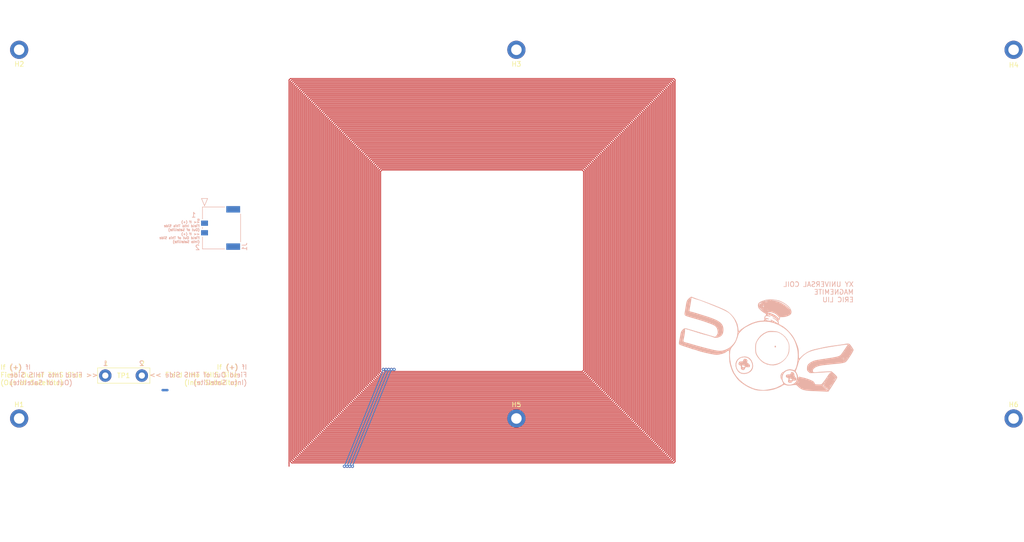
<source format=kicad_pcb>
(kicad_pcb (version 20240108) (generator "pcbnew") (generator_version "8.0")
  (title_block (title "Magneton") (date "2024-10-09") (rev "1.0") (comment 1 "Designed by: River Dowdy"))
  (layers (0 "F.Cu" signal) (1 "In1.Cu" signal) (2 "In2.Cu" signal) (3 "In3.Cu" signal) (4 "In4.Cu" signal) (31 "B.Cu" signal) (34 "B.Paste" user) (35 "F.Paste" user) (36 "B.SilkS" user "B.Silkscreen") (37 "F.SilkS" user "F.Silkscreen") (38 "B.Mask" user) (39 "F.Mask" user) (44 "Edge.Cuts" user))
  (net 0 "")
  (net 7 "COIL_1")
  (net 8 "COIL_2")
  (footprint "MountingHole:MountingHole_2.2mm_M2_DIN965_Pad_TopBottom" (layer "F.Cu") (at 52.371631 50.586)
    (property "Reference" "H2")
    (property "Value" "~")
  )
  (footprint "ssi_connector:TestPointConnection" (layer "F.Cu") (at 74.168 119.126)
    (property "Reference" "TP1")
    (property "Value" "Start/End of Coil Series" (hide yes))
  )
  (footprint "MountingHole:MountingHole_2.2mm_M2_DIN965_Pad_TopBottom" (layer "F.Cu") (at 156.121631 50.586)
    (property "Reference" "H3")
    (property "Value" "~")
  )
  (footprint "MountingHole:MountingHole_2.2mm_M2_DIN965_Pad_TopBottom" (layer "F.Cu") (at 259.871631 127.586)
    (property "Reference" "H6")
    (property "Value" "~")
  )
  (footprint "MountingHole:MountingHole_2.2mm_M2_DIN965_Pad_TopBottom" (layer "F.Cu") (at 156.121631 127.586)
    (property "Reference" "H5")
    (property "Value" "~")
  )
  (footprint "MountingHole:MountingHole_2.2mm_M2_DIN965_Pad_TopBottom" (layer "F.Cu") (at 52.371631 127.586)
    (property "Reference" "H1")
    (property "Value" "~")
  )
  (footprint "MountingHole:MountingHole_2.2mm_M2_DIN965_Pad_TopBottom" (layer "F.Cu") (at 259.871631 50.586)
    (property "Reference" "H4")
    (property "Value" "~")
  )
  (footprint "NetTie:NetTie-2_SMD_Pad0.5mm" (layer "B.Cu") (at 82.804 121.666 180)
    (property "Reference" "NT1" (hide yes))
    (property "Value" "NetTie_2" (hide yes))
  )
  (footprint "ssi_connector:Molex_205338-0002" (layer "B.Cu") (at 91.053001 86.799003 90)
    (property "Reference" "J1")
    (property "Value" "2053380002" (hide yes))
  )
  (footprint "ssi_drawings:logo_magtorquer" (layer "B.Cu") (at 208.28 112.014 180)
    (property "Reference" "G***" (hide yes))
    (property "Value" "LOGO" (hide yes))
  )
  (gr_text "<< If (+)\nField Into This Side\n(Out of Satellite)\n" (at 90.104 88.474 0) (layer "B.SilkS") (effects (font (size 0.5 0.5) (thickness 0.125)) (justify left bottom mirror)))
  (gr_text "<< If (+)\nField Out of This Side\n(Into Satellite)\n" (at 90.104 90.974 0) (layer "B.SilkS") (effects (font (size 0.5 0.5) (thickness 0.125)) (justify left bottom mirror)))
  (gr_text "1" (at 89.354 85.674 0) (layer "B.SilkS") (effects (font (size 1 1)) (justify left bottom mirror)))
  (gr_text "1" (at 70.904 116.674 0) (layer "B.SilkS") (effects (font (size 1 1)) (justify left bottom mirror)))
  (gr_text "XY UNIVERSAL COIL\nMAGNEMITE \nERIC LIU" (at 226.568 103.378 0) (layer "B.SilkS") (effects (font (size 1 1)) (justify left bottom mirror)))
  (gr_text "If (+)\nField Out of THIS Side >>\n(Into Satellite)" (at 100.004 120.674 0) (layer "B.SilkS") (effects (font (size 1 1)) (justify left bottom mirror)))
  (gr_text "2" (at 90.154 92.474 0) (layer "B.SilkS") (effects (font (size 1 1)) (justify left bottom mirror)))
  (gr_text "If (+)\n<< Field Into THIS Side\n(Out of Satellite)" (at 50.294 120.694 0) (layer "B.SilkS") (effects (font (size 1 1)) (justify right bottom mirror)))
  (gr_text "2" (at 78.454 116.674 0) (layer "B.SilkS") (effects (font (size 1 1)) (justify left bottom mirror)))
  (gr_text "If (+)\nField Out of THIS Side >>\n(Out of Satellite)" (at 48.374 120.694 0) (layer "F.SilkS") (effects (font (size 1 1)) (justify left bottom)))
  (gr_text "2" (at 77.504 116.674 0) (layer "F.SilkS") (effects (font (size 1 1)) (justify left bottom)))
  (gr_text "If (+)\n<< Field Into THIS Side\n(Into Satellite)" (at 98.104 120.674 0) (layer "F.SilkS") (effects (font (size 1 1)) (justify right bottom)))
  (gr_text "1" (at 69.954 116.674 0) (layer "F.SilkS") (effects (font (size 1 1)) (justify left bottom)))
  (segment (start 127.234 75.42) (end 127.234 118.327999) (width 0.181) (layer "F.Cu") (net 0))
  (segment (start 125.829 74.015) (end 126.11 73.734) (width 0.181) (layer "F.Cu") (net 0))
  (segment (start 171.828 74.296) (end 171.828 119.170999) (width 0.181) (layer "F.Cu") (net 0))
  (segment (start 121.614 69.8) (end 121.895 69.519) (width 0.181) (layer "F.Cu") (net 0))
  (segment (start 183.910999 61.651) (end 184.191999 61.932) (width 0.181) (layer "F.Cu") (net 0))
  (segment (start 111.779 59.965) (end 111.779 133.783) (width 0.181) (layer "F.Cu") (net 0))
  (segment (start 121.333 124.790999) (end 121.052 124.509999) (width 0.181) (layer "F.Cu") (net 0))
  (segment (start 114.87 62.494) (end 183.068 62.494) (width 0.181) (layer "F.Cu") (net 0))
  (segment (start 183.910999 131.815999) (end 114.308 131.815999) (width 0.181) (layer "F.Cu") (net 0))
  (segment (start 188.407 57.717) (end 188.407 135.75) (width 0.181) (layer "F.Cu") (net 0))
  (segment (start 187.282999 58.841) (end 187.282999 134.626) (width 0.181) (layer "F.Cu") (net 0))
  (segment (start 184.472999 61.651) (end 184.472999 131.816) (width 0.181) (layer "F.Cu") (net 0))
  (segment (start 179.977 127.319999) (end 179.696 127.600999) (width 0.181) (layer "F.Cu") (net 0))
  (segment (start 188.407 136.312) (end 109.812 136.312) (width 0.181) (layer "F.Cu") (net 0))
  (segment (start 183.068 130.973) (end 115.151 130.973) (width 0.181) (layer "F.Cu") (net 0))
  (segment (start 171.547 119.451999) (end 126.672 119.451999) (width 0.181) (layer "F.Cu") (net 0))
  (segment (start 183.349 62.213) (end 183.63 62.494) (width 0.181) (layer "F.Cu") (net 0))
  (segment (start 108.688 136.874) (end 108.688 137.5765) (width 0.181) (layer "F.Cu") (net 0))
  (segment (start 179.133999 66.99) (end 179.133999 126.477) (width 0.181) (layer "F.Cu") (net 0))
  (segment (start 110.374 135.749999) (end 110.093 135.468999) (width 0.181) (layer "F.Cu") (net 0))
  (segment (start 126.11 74.296) (end 126.11 119.451999) (width 0.181) (layer "F.Cu") (net 0))
  (segment (start 183.63 62.494) (end 183.63 130.973) (width 0.181) (layer "F.Cu") (net 0))
  (segment (start 118.804 66.99) (end 118.804 126.758) (width 0.181) (layer "F.Cu") (net 0))
  (segment (start 172.109 120.014) (end 126.11 120.014) (width 0.181) (layer "F.Cu") (net 0))
  (segment (start 177.729 68.395) (end 177.729 125.071999) (width 0.181) (layer "F.Cu") (net 0))
  (segment (start 178.291 126.196) (end 119.928 126.196) (width 0.181) (layer "F.Cu") (net 0))
  (segment (start 127.515 118.609) (end 127.234 118.328) (width 0.181) (layer "F.Cu") (net 0))
  (segment (start 113.184 61.37) (end 113.184 132.378) (width 0.181) (layer "F.Cu") (net 0))
  (segment (start 181.944 63.618) (end 182.225 63.899) (width 0.181) (layer "F.Cu") (net 0))
  (segment (start 173.795 71.767) (end 174.076 72.048) (width 0.181) (layer "F.Cu") (net 0))
  (segment (start 186.721 134.064) (end 186.44 134.345) (width 0.181) (layer "F.Cu") (net 0))
  (segment (start 184.191999 132.097) (end 114.027 132.097) (width 0.181) (layer "F.Cu") (net 0))
  (segment (start 180.82 65.304) (end 180.82 128.163) (width 0.181) (layer "F.Cu") (net 0))
  (segment (start 111.779 59.403) (end 186.159 59.403) (width 0.181) (layer "F.Cu") (net 0))
  (segment (start 174.076 121.419) (end 173.795 121.7) (width 0.181) (layer "F.Cu") (net 0))
  (segment (start 112.903 133.221) (end 112.622 132.94) (width 0.181) (layer "F.Cu") (net 0))
  (segment (start 174.357 121.699999) (end 174.076 121.980999) (width 0.181) (layer "F.Cu") (net 0))
  (segment (start 123.019 71.205) (end 123.3 70.924) (width 0.181) (layer "F.Cu") (net 0))
  (segment (start 124.986 73.172) (end 124.986 120.576) (width 0.181) (layer "F.Cu") (net 0))
  (segment (start 171.547 74.577) (end 171.547 118.89) (width 0.181) (layer "F.Cu") (net 0))
  (segment (start 127.796 75.982) (end 127.796 117.766) (width 0.181) (layer "F.Cu") (net 0))
  (segment (start 117.68 65.304) (end 180.258 65.304) (width 0.181) (layer "F.Cu") (net 0))
  (segment (start 173.513999 121.419) (end 124.705 121.419) (width 0.181) (layer "F.Cu") (net 0))
  (segment (start 109.531 57.155) (end 188.407 57.155) (width 0.181) (layer "F.Cu") (net 0))
  (segment (start 116.837 64.461) (end 181.101 64.461) (width 0.181) (layer "F.Cu") (net 0))
  (segment (start 119.085 67.271) (end 119.366 66.99) (width 0.181) (layer "F.Cu") (net 0))
  (segment (start 121.895 70.081) (end 122.176 69.8) (width 0.181) (layer "F.Cu") (net 0))
  (segment (start 125.829 73.453) (end 172.109 73.453) (width 0.181) (layer "F.Cu") (net 0))
  (segment (start 175.481 70.081) (end 175.762 70.362) (width 0.181) (layer "F.Cu") (net 0))
  (segment (start 189.25 136.593) (end 188.969 136.874) (width 0.181) (layer "F.Cu") (net 0))
  (segment (start 186.159 59.403) (end 186.44 59.684) (width 0.181) (layer "F.Cu") (net 0))
  (segment (start 110.655 58.279) (end 187.282999 58.279) (width 0.181) (layer "F.Cu") (net 0))
  (segment (start 184.753999 132.096999) (end 184.472999 132.378) (width 0.181) (layer "F.Cu") (net 0))
  (segment (start 112.622 60.808) (end 112.622 132.939999) (width 0.181) (layer "F.Cu") (net 0))
  (segment (start 188.969 136.874) (end 109.25 136.874) (width 0.181) (layer "F.Cu") (net 0))
  (segment (start 119.366 67.552) (end 119.366 126.196) (width 0.181) (layer "F.Cu") (net 0))
  (segment (start 176.605 68.957) (end 176.886 69.238) (width 0.181) (layer "F.Cu") (net 0))
  (segment (start 176.886 124.229) (end 176.605 124.51) (width 0.181) (layer "F.Cu") (net 0))
  (segment (start 183.911 62.213) (end 183.911 131.254) (width 0.181) (layer "F.Cu") (net 0))
  (segment (start 181.101 128.444) (end 180.82 128.725) (width 0.181) (layer "F.Cu") (net 0))
  (segment (start 123.862 72.048) (end 124.143 71.767) (width 0.181) (layer "F.Cu") (net 0))
  (segment (start 122.176 69.8) (end 175.761999 69.8) (width 0.181) (layer "F.Cu") (net 0))
  (segment (start 178.853 126.196) (end 178.572 126.477) (width 0.181) (layer "F.Cu") (net 0))
  (segment (start 180.258 65.866) (end 180.258 127.601) (width 0.181) (layer "F.Cu") (net 0))
  (segment (start 178.291 125.634) (end 178.01 125.915) (width 0.181) (layer "F.Cu") (net 0))
  (segment (start 186.721 58.841) (end 187.002 59.122) (width 0.181) (layer "F.Cu") (net 0))
  (segment (start 187.564 58.56) (end 187.564 134.907) (width 0.181) (layer "F.Cu") (net 0))
  (segment (start 110.374 58.56) (end 110.374 135.188) (width 0.181) (layer "F.Cu") (net 0))
  (segment (start 182.506 129.848999) (end 182.225 130.129999) (width 0.181) (layer "F.Cu") (net 0))
  (segment (start 120.209 68.395) (end 120.209 125.352999) (width 0.181) (layer "F.Cu") (net 0))
  (segment (start 126.391 74.577) (end 126.672 74.296) (width 0.181) (layer "F.Cu") (net 0))
  (segment (start 182.506 63.056) (end 182.787 63.337) (width 0.181) (layer "F.Cu") (net 0))
  (segment (start 126.953 119.171) (end 126.672 118.89) (width 0.181) (layer "F.Cu") (net 0))
  (segment (start 174.357 122.261999) (end 123.862 122.261999) (width 0.181) (layer "F.Cu") (net 0))
  (segment (start 185.597 132.94) (end 185.316 133.221) (width 0.181) (layer "F.Cu") (net 0))
  (segment (start 124.986 72.61) (end 172.952 72.61) (width 0.181) (layer "F.Cu") (net 0))
  (segment (start 108.688 56.874) (end 108.688 136.874) (width 0.181) (layer "F.Cu") (net 0))
  (segment (start 122.738 123.386) (end 122.457 123.105) (width 0.181) (layer "F.Cu") (net 0))
  (segment (start 183.068 62.494) (end 183.349 62.775) (width 0.181) (layer "F.Cu") (net 0))
  (segment (start 188.688 136.030999) (end 188.407 136.312) (width 0.181) (layer "F.Cu") (net 0))
  (segment (start 124.143 72.329) (end 124.424 72.048) (width 0.181) (layer "F.Cu") (net 0))
  (segment (start 110.093 136.031) (end 109.812 135.75) (width 0.181) (layer "F.Cu") (net 0))
  (segment (start 118.804 66.428) (end 179.133999 66.428) (width 0.181) (layer "F.Cu") (net 0))
  (segment (start 173.513999 72.048) (end 173.794999 72.329) (width 0.181) (layer "F.Cu") (net 0))
  (segment (start 171.266 119.171) (end 126.953 119.171) (width 0.181) (layer "F.Cu") (net 0))
  (segment (start 172.39 73.172) (end 172.671 73.453) (width 0.181) (layer "F.Cu") (net 0))
  (segment (start 185.035 132.378) (end 184.754 132.659) (width 0.181) (layer "F.Cu") (net 0))
  (segment (start 172.109 73.453) (end 172.39 73.734) (width 0.181) (layer "F.Cu") (net 0))
  (segment (start 180.539 127.881999) (end 180.258 128.163) (width 0.181) (layer "F.Cu") (net 0))
  (segment (start 114.87 63.056) (end 115.151 62.775) (width 0.181) (layer "F.Cu") (net 0))
  (segment (start 115.151 130.973) (end 114.87 130.691999) (width 0.181) (layer "F.Cu") (net 0))
  (segment (start 122.176 123.948) (end 121.895 123.667) (width 0.181) (layer "F.Cu") (net 0))
  (segment (start 112.06 59.684) (end 185.878 59.684) (width 0.181) (layer "F.Cu") (net 0))
  (segment (start 116.275 64.461) (end 116.556 64.18) (width 0.181) (layer "F.Cu") (net 0))
  (segment (start 178.01 125.352999) (end 177.729 125.634) (width 0.181) (layer "F.Cu") (net 0))
  (segment (start 118.523 66.709) (end 118.523 127.039) (width 0.181) (layer "F.Cu") (net 0))
  (segment (start 181.381999 64.18) (end 181.662999 64.461) (width 0.181) (layer "F.Cu") (net 0))
  (segment (start 170.984999 75.139) (end 170.984999 118.328) (width 0.181) (layer "F.Cu") (net 0))
  (segment (start 177.448 124.791) (end 177.167 125.072) (width 0.181) (layer "F.Cu") (net 0))
  (segment (start 109.531 136.593) (end 109.25 136.312) (width 0.181) (layer "F.Cu") (net 0))
  (segment (start 170.142 118.046999) (end 128.077 118.046999) (width 0.181) (layer "F.Cu") (net 0))
  (segment (start 182.506 130.410999) (end 115.713 130.410999) (width 0.181) (layer "F.Cu") (net 0))
  (segment (start 113.465 61.089) (end 184.472999 61.089) (width 0.181) (layer "F.Cu") (net 0))
  (segment (start 121.895 70.081) (end 121.895 123.666999) (width 0.181) (layer "F.Cu") (net 0))
  (segment (start 117.118 65.304) (end 117.118 128.444) (width 0.181) (layer "F.Cu") (net 0))
  (segment (start 177.167 124.509999) (end 176.886 124.790999) (width 0.181) (layer "F.Cu") (net 0))
  (segment (start 186.721 134.626) (end 111.498 134.626) (width 0.181) (layer "F.Cu") (net 0))
  (segment (start 178.572 67.552) (end 178.572 125.915) (width 0.181) (layer "F.Cu") (net 0))
  (segment (start 109.812 57.998) (end 110.093 57.717) (width 0.181) (layer "F.Cu") (net 0))
  (segment (start 177.448 125.352999) (end 120.771 125.352999) (width 0.181) (layer "F.Cu") (net 0))
  (segment (start 187.845 58.279) (end 187.845 135.187999) (width 0.181) (layer "F.Cu") (net 0))
  (segment (start 119.647 67.833) (end 119.647 125.915) (width 0.181) (layer "F.Cu") (net 0))
  (segment (start 117.118 65.304) (end 117.399 65.023) (width 0.181) (layer "F.Cu") (net 0))
  (segment (start 109.25 56.874) (end 188.688 56.874) (width 0.181) (layer "F.Cu") (net 0))
  (segment (start 125.548 120.576) (end 125.267 120.295) (width 0.181) (layer "F.Cu") (net 0))
  (segment (start 118.242 66.428) (end 118.242 127.319999) (width 0.181) (layer "F.Cu") (net 0))
  (segment (start 175.2 70.362) (end 175.481 70.643) (width 0.181) (layer "F.Cu") (net 0))
  (segment (start 111.498 59.684) (end 111.779 59.403) (width 0.181) (layer "F.Cu") (net 0))
  (segment (start 183.63 61.932) (end 183.911 62.213) (width 0.181) (layer "F.Cu") (net 0))
  (segment (start 175.2 123.105) (end 123.019 123.105) (width 0.181) (layer "F.Cu") (net 0))
  (segment (start 172.39 73.734) (end 172.39 119.732999) (width 0.181) (layer "F.Cu") (net 0))
  (segment (start 124.143 121.980999) (end 123.862 121.699999) (width 0.181) (layer "F.Cu") (net 0))
  (segment (start 126.11 73.734) (end 171.828 73.734) (width 0.181) (layer "F.Cu") (net 0))
  (segment (start 169.861 117.766) (end 128.639 117.766) (width 0.181) (layer "F.Cu") (net 0))
  (segment (start 114.308 61.932) (end 183.63 61.932) (width 0.181) (layer "F.Cu") (net 0))
  (segment (start 116.275 63.899) (end 181.662999 63.899) (width 0.181) (layer "F.Cu") (net 0))
  (segment (start 172.39 119.732999) (end 172.109 120.014) (width 0.181) (layer "F.Cu") (net 0))
  (segment (start 112.622 133.502) (end 112.341 133.220999) (width 0.181) (layer "F.Cu") (net 0))
  (segment (start 188.126 57.998) (end 188.126 135.468999) (width 0.181) (layer "F.Cu") (net 0))
  (segment (start 176.604999 69.519) (end 176.604999 123.947999) (width 0.181) (layer "F.Cu") (net 0))
  (segment (start 126.953 75.139) (end 126.953 118.609) (width 0.181) (layer "F.Cu") (net 0))
  (segment (start 181.101 65.023) (end 181.101 128.444) (width 0.181) (layer "F.Cu") (net 0))
  (segment (start 108.969 56.593) (end 188.969 56.593) (width 0.181) (layer "F.Cu") (net 0))
  (segment (start 178.852999 66.709) (end 179.133999 66.99) (width 0.181) (layer "F.Cu") (net 0))
  (segment (start 128.077 118.046999) (end 127.796 117.765999) (width 0.181) (layer "F.Cu") (net 0))
  (segment (start 179.696 127.600999) (end 118.523 127.600999) (width 0.181) (layer "F.Cu") (net 0))
  (segment (start 113.465 61.651) (end 113.746 61.37) (width 0.181) (layer "F.Cu") (net 0))
  (segment (start 170.423 75.139) (end 170.704 75.42) (width 0.181) (layer "F.Cu") (net 0))
  (segment (start 182.225 63.337) (end 182.506 63.618) (width 0.181) (layer "F.Cu") (net 0))
  (segment (start 125.267 72.891) (end 172.671 72.891) (width 0.181) (layer "F.Cu") (net 0))
  (segment (start 171.547 74.015) (end 171.828 74.296) (width 0.181) (layer "F.Cu") (net 0))
  (segment (start 111.217 59.403) (end 111.217 134.345) (width 0.181) (layer "F.Cu") (net 0))
  (segment (start 178.572 66.99) (end 178.853 67.271) (width 0.181) (layer "F.Cu") (net 0))
  (segment (start 119.647 67.271) (end 178.291 67.271) (width 0.181) (layer "F.Cu") (net 0))
  (segment (start 185.878 60.246) (end 185.878 133.220999) (width 0.181) (layer "F.Cu") (net 0))
  (segment (start 183.911 131.254) (end 183.63 131.535) (width 0.181) (layer "F.Cu") (net 0))
  (segment (start 124.424 121.7) (end 124.143 121.419) (width 0.181) (layer "F.Cu") (net 0))
  (segment (start 181.944 129.849) (end 116.275 129.849) (width 0.181) (layer "F.Cu") (net 0))
  (segment (start 111.779 134.345) (end 111.498 134.064) (width 0.181) (layer "F.Cu") (net 0))
  (segment (start 126.672 74.296) (end 171.266 74.296) (width 0.181) (layer "F.Cu") (net 0))
  (segment (start 174.919 71.205) (end 174.919 122.262) (width 0.181) (layer "F.Cu") (net 0))
  (segment (start 112.06 134.064) (end 111.779 133.783) (width 0.181) (layer "F.Cu") (net 0))
  (segment (start 116.275 129.849) (end 115.994 129.568) (width 0.181) (layer "F.Cu") (net 0))
  (segment (start 123.862 71.486) (end 174.076 71.486) (width 0.181) (layer "F.Cu") (net 0))
  (segment (start 111.217 59.403) (end 111.498 59.122) (width 0.181) (layer "F.Cu") (net 0))
  (segment (start 118.804 66.99) (end 119.085 66.709) (width 0.181) (layer "F.Cu") (net 0))
  (segment (start 121.052 69.238) (end 121.052 124.51) (width 0.181) (layer "F.Cu") (net 0))
  (segment (start 171.547 118.89) (end 171.266 119.171) (width 0.181) (layer "F.Cu") (net 0))
  (segment (start 128.639 117.766) (end 128.358 117.3445) (width 0.181) (layer "F.Cu") (net 0))
  (segment (start 117.961 66.147) (end 117.961 127.600999) (width 0.181) (layer "F.Cu") (net 0))
  (segment (start 117.118 129.005999) (end 116.837 128.724999) (width 0.181) (layer "F.Cu") (net 0))
  (segment (start 171.265999 118.609) (end 170.984999 118.89) (width 0.181) (layer "F.Cu") (net 0))
  (segment (start 188.407 57.155) (end 188.688 57.436) (width 0.181) (layer "F.Cu") (net 0))
  (segment (start 114.027 62.213) (end 114.027 131.535) (width 0.181) (layer "F.Cu") (net 0))
  (segment (start 124.424 72.61) (end 124.424 121.138) (width 0.181) (layer "F.Cu") (net 0))
  (segment (start 122.176 70.362) (end 122.176 123.386) (width 0.181) (layer "F.Cu") (net 0))
  (segment (start 186.44 59.684) (end 186.44 133.783) (width 0.181) (layer "F.Cu") (net 0))
  (segment (start 118.242 66.428) (end 118.523 66.147) (width 0.181) (layer "F.Cu") (net 0))
  (segment (start 114.308 62.494) (end 114.589 62.213) (width 0.181) (layer "F.Cu") (net 0))
  (segment (start 115.994 64.18) (end 115.994 129.568) (width 0.181) (layer "F.Cu") (net 0))
  (segment (start 172.671 72.891) (end 172.952 73.172) (width 0.181) (layer "F.Cu") (net 0))
  (segment (start 172.671 73.453) (end 172.671 120.014) (width 0.181) (layer "F.Cu") (net 0))
  (segment (start 121.333 68.957) (end 176.605 68.957) (width 0.181) (layer "F.Cu") (net 0))
  (segment (start 181.943999 64.18) (end 181.943999 129.287) (width 0.181) (layer "F.Cu") (net 0))
  (segment (start 184.191999 61.37) (end 184.472999 61.651) (width 0.181) (layer "F.Cu") (net 0))
  (segment (start 112.903 61.089) (end 113.184 60.808) (width 0.181) (layer "F.Cu") (net 0))
  (segment (start 188.969 57.155) (end 188.969 136.312) (width 0.181) (layer "F.Cu") (net 0))
  (segment (start 170.423 75.701) (end 170.423 117.765999) (width 0.181) (layer "F.Cu") (net 0))
  (segment (start 127.515 75.701) (end 127.515 118.046999) (width 0.181) (layer "F.Cu") (net 0))
  (segment (start 110.655 135.468999) (end 110.374 135.187999) (width 0.181) (layer "F.Cu") (net 0))
  (segment (start 188.126 136.031) (end 110.093 136.031) (width 0.181) (layer "F.Cu") (net 0))
  (segment (start 178.852999 126.758) (end 119.366 126.758) (width 0.181) (layer "F.Cu") (net 0))
  (segment (start 185.316 60.246) (end 185.597 60.527) (width 0.181) (layer "F.Cu") (net 0))
  (segment (start 120.49 125.634) (end 120.209 125.352999) (width 0.181) (layer "F.Cu") (net 0))
  (segment (start 119.928 126.196) (end 119.647 125.915) (width 0.181) (layer "F.Cu") (net 0))
  (segment (start 181.381999 129.287) (end 116.837 129.287) (width 0.181) (layer "F.Cu") (net 0))
  (segment (start 185.316 133.221) (end 112.903 133.221) (width 0.181) (layer "F.Cu") (net 0))
  (segment (start 119.085 67.271) (end 119.085 126.477) (width 0.181) (layer "F.Cu") (net 0))
  (segment (start 109.531 57.717) (end 109.812 57.436) (width 0.181) (layer "F.Cu") (net 0))
  (segment (start 115.713 63.337) (end 182.225 63.337) (width 0.181) (layer "F.Cu") (net 0))
  (segment (start 170.703999 118.609) (end 127.515 118.609) (width 0.181) (layer "F.Cu") (net 0))
  (segment (start 122.457 70.643) (end 122.457 123.105) (width 0.181) (layer "F.Cu") (net 0))
  (segment (start 177.167 68.395) (end 177.448 68.676) (width 0.181) (layer "F.Cu") (net 0))
  (segment (start 179.977 66.147) (end 179.977 127.319999) (width 0.181) (layer "F.Cu") (net 0))
  (segment (start 174.638 121.980999) (end 174.357 122.261999) (width 0.181) (layer "F.Cu") (net 0))
  (segment (start 113.746 61.37) (end 184.191999 61.37) (width 0.181) (layer "F.Cu") (net 0))
  (segment (start 119.647 67.833) (end 119.928 67.552) (width 0.181) (layer "F.Cu") (net 0))
  (segment (start 110.093 57.717) (end 187.845 57.717) (width 0.181) (layer "F.Cu") (net 0))
  (segment (start 126.11 120.014) (end 125.829 119.732999) (width 0.181) (layer "F.Cu") (net 0))
  (segment (start 113.465 61.651) (end 113.465 132.097) (width 0.181) (layer "F.Cu") (net 0))
  (segment (start 116.556 64.742) (end 116.837 64.461) (width 0.181) (layer "F.Cu") (net 0))
  (segment (start 179.133999 126.477) (end 178.852999 126.758) (width 0.181) (layer "F.Cu") (net 0))
  (segment (start 171.828 119.170999) (end 171.547 119.451999) (width 0.181) (layer "F.Cu") (net 0))
  (segment (start 109.25 57.436) (end 109.25 136.312) (width 0.181) (layer "F.Cu") (net 0))
  (segment (start 181.101 129.005999) (end 117.118 129.005999) (width 0.181) (layer "F.Cu") (net 0))
  (segment (start 170.703999 74.858) (end 170.984999 75.139) (width 0.181) (layer "F.Cu") (net 0))
  (segment (start 114.027 132.097) (end 113.746 131.816) (width 0.181) (layer "F.Cu") (net 0))
  (segment (start 175.761999 69.8) (end 176.042999 70.081) (width 0.181) (layer "F.Cu") (net 0))
  (segment (start 110.093 58.279) (end 110.374 57.998) (width 0.181) (layer "F.Cu") (net 0))
  (segment (start 176.042999 70.081) (end 176.042999 123.385999) (width 0.181) (layer "F.Cu") (net 0))
  (segment (start 180.539 65.585) (end 180.539 127.881999) (width 0.181) (layer "F.Cu") (net 0))
  (segment (start 174.357 71.767) (end 174.357 121.699999) (width 0.181) (layer "F.Cu") (net 0))
  (segment (start 127.234 74.858) (end 170.703999 74.858) (width 0.181) (layer "F.Cu") (net 0))
  (segment (start 188.126 57.436) (end 188.407 57.717) (width 0.181) (layer "F.Cu") (net 0))
  (segment (start 121.333 69.519) (end 121.333 124.229) (width 0.181) (layer "F.Cu") (net 0))
  (segment (start 181.662999 63.899) (end 181.943999 64.18) (width 0.181) (layer "F.Cu") (net 0))
  (segment (start 117.399 65.023) (end 180.539 65.023) (width 0.181) (layer "F.Cu") (net 0))
  (segment (start 109.25 136.874) (end 108.969 136.593) (width 0.181) (layer "F.Cu") (net 0))
  (segment (start 124.705 72.329) (end 173.232999 72.329) (width 0.181) (layer "F.Cu") (net 0))
  (segment (start 108.688 56.874) (end 108.969 56.593) (width 0.181) (layer "F.Cu") (net 0))
  (segment (start 172.109 74.015) (end 172.109 119.452) (width 0.181) (layer "F.Cu") (net 0))
  (segment (start 113.746 132.378) (end 113.465 132.096999) (width 0.181) (layer "F.Cu") (net 0))
  (segment (start 177.167 68.957) (end 177.167 124.509999) (width 0.181) (layer "F.Cu") (net 0))
  (segment (start 184.472999 132.378) (end 113.746 132.378) (width 0.181) (layer "F.Cu") (net 0))
  (segment (start 124.705 121.419) (end 124.424 121.138) (width 0.181) (layer "F.Cu") (net 0))
  (segment (start 185.597 59.965) (end 185.878 60.246) (width 0.181) (layer "F.Cu") (net 0))
  (segment (start 175.481 123.386) (end 122.738 123.386) (width 0.181) (layer "F.Cu") (net 0))
  (segment (start 179.133999 127.039) (end 119.085 127.039) (width 0.181) (layer "F.Cu") (net 0))
  (segment (start 172.109 119.452) (end 171.828 119.733) (width 0.181) (layer "F.Cu") (net 0))
  (segment (start 117.68 65.866) (end 117.68 127.882) (width 0.181) (layer "F.Cu") (net 0))
  (segment (start 171.828 73.734) (end 172.109 74.015) (width 0.181) (layer "F.Cu") (net 0))
  (segment (start 115.994 63.618) (end 181.944 63.618) (width 0.181) (layer "F.Cu") (net 0))
  (segment (start 127.515 75.139) (end 170.423 75.139) (width 0.181) (layer "F.Cu") (net 0))
  (segment (start 125.548 73.172) (end 172.39 73.172) (width 0.181) (layer "F.Cu") (net 0))
  (segment (start 174.919 122.262) (end 174.638 122.543) (width 0.181) (layer "F.Cu") (net 0))
  (segment (start 187.845 135.749999) (end 110.374 135.749999) (width 0.181) (layer "F.Cu") (net 0))
  (segment (start 112.903 61.089) (end 112.903 132.659) (width 0.181) (layer "F.Cu") (net 0))
  (segment (start 176.323999 69.8) (end 176.323999 123.667) (width 0.181) (layer "F.Cu") (net 0))
  (segment (start 175.762 123.105) (end 175.481 123.386) (width 0.181) (layer "F.Cu") (net 0))
  (segment (start 115.151 62.775) (end 182.787 62.775) (width 0.181) (layer "F.Cu") (net 0))
  (segment (start 117.68 128.444) (end 117.399 128.163) (width 0.181) (layer "F.Cu") (net 0))
  (segment (start 180.539 65.023) (end 180.82 65.304) (width 0.181) (layer "F.Cu") (net 0))
  (segment (start 112.341 59.965) (end 185.597 59.965) (width 0.181) (layer "F.Cu") (net 0))
  (segment (start 114.308 62.494) (end 114.308 131.254) (width 0.181) (layer "F.Cu") (net 0))
  (segment (start 181.382 64.742) (end 181.382 128.724999) (width 0.181) (layer "F.Cu") (net 0))
  (segment (start 174.076 72.048) (end 174.076 121.419) (width 0.181) (layer "F.Cu") (net 0))
  (segment (start 187.001999 58.56) (end 187.282999 58.841) (width 0.181) (layer "F.Cu") (net 0))
  (segment (start 187.845 57.717) (end 188.126 57.998) (width 0.181) (layer "F.Cu") (net 0))
  (segment (start 112.622 60.246) (end 185.316 60.246) (width 0.181) (layer "F.Cu") (net 0))
  (segment (start 109.812 57.436) (end 188.126 57.436) (width 0.181) (layer "F.Cu") (net 0))
  (segment (start 175.481 70.643) (end 175.481 122.824) (width 0.181) (layer "F.Cu") (net 0))
  (segment (start 125.548 73.734) (end 125.829 73.453) (width 0.181) (layer "F.Cu") (net 0))
  (segment (start 120.209 125.915) (end 119.928 125.634) (width 0.181) (layer "F.Cu") (net 0))
  (segment (start 109.25 57.436) (end 109.531 57.155) (width 0.181) (layer "F.Cu") (net 0))
  (segment (start 176.886 69.238) (end 176.886 124.229) (width 0.181) (layer "F.Cu") (net 0))
  (segment (start 178.572 125.915) (end 178.291 126.196) (width 0.181) (layer "F.Cu") (net 0))
  (segment (start 172.952 120.295) (end 172.671 120.576) (width 0.181) (layer "F.Cu") (net 0))
  (segment (start 186.44 134.345) (end 111.779 134.345) (width 0.181) (layer "F.Cu") (net 0))
  (segment (start 114.589 62.213) (end 183.349 62.213) (width 0.181) (layer "F.Cu") (net 0))
  (segment (start 188.688 56.874) (end 188.969 57.155) (width 0.181) (layer "F.Cu") (net 0))
  (segment (start 118.523 127.600999) (end 118.242 127.319999) (width 0.181) (layer "F.Cu") (net 0))
  (segment (start 183.349 131.254) (end 114.87 131.254) (width 0.181) (layer "F.Cu") (net 0))
  (segment (start 174.638 122.543) (end 123.581 122.543) (width 0.181) (layer "F.Cu") (net 0))
  (segment (start 171.265999 74.858) (end 171.265999 118.609) (width 0.181) (layer "F.Cu") (net 0))
  (segment (start 182.787 130.691999) (end 115.432 130.691999) (width 0.181) (layer "F.Cu") (net 0))
  (segment (start 179.696 127.038999) (end 179.415 127.319999) (width 0.181) (layer "F.Cu") (net 0))
  (segment (start 117.961 128.163) (end 117.68 127.881999) (width 0.181) (layer "F.Cu") (net 0))
  (segment (start 126.11 74.296) (end 126.391 74.015) (width 0.181) (layer "F.Cu") (net 0))
  (segment (start 179.414999 126.758) (end 179.133999 127.039) (width 0.181) (layer "F.Cu") (net 0))
  (segment (start 179.977 65.585) (end 180.258 65.866) (width 0.181) (layer "F.Cu") (net 0))
  (segment (start 124.424 72.048) (end 173.513999 72.048) (width 0.181) (layer "F.Cu") (net 0))
  (segment (start 172.671 120.014) (end 172.39 120.295) (width 0.181) (layer "F.Cu") (net 0))
  (segment (start 121.052 125.072) (end 120.771 124.791) (width 0.181) (layer "F.Cu") (net 0))
  (segment (start 115.713 130.410999) (end 115.432 130.129999) (width 0.181) (layer "F.Cu") (net 0))
  (segment (start 115.994 130.129999) (end 115.713 129.848999) (width 0.181) (layer "F.Cu") (net 0))
  (segment (start 176.323999 123.667) (end 176.042999 123.948) (width 0.181) (layer "F.Cu") (net 0))
  (segment (start 177.729 125.634) (end 120.49 125.634) (width 0.181) (layer "F.Cu") (net 0))
  (segment (start 174.919 70.643) (end 175.2 70.924) (width 0.181) (layer "F.Cu") (net 0))
  (segment (start 188.969 56.593) (end 189.25 56.874) (width 0.181) (layer "F.Cu") (net 0))
  (segment (start 122.738 70.924) (end 123.019 70.643) (width 0.181) (layer "F.Cu") (net 0))
  (segment (start 116.837 65.023) (end 116.837 128.725) (width 0.181) (layer "F.Cu") (net 0))
  (segment (start 120.49 68.676) (end 120.49 125.072) (width 0.181) (layer "F.Cu") (net 0))
  (segment (start 171.266 74.296) (end 171.547 74.577) (width 0.181) (layer "F.Cu") (net 0))
  (segment (start 174.076 121.980999) (end 124.143 121.980999) (width 0.181) (layer "F.Cu") (net 0))
  (segment (start 179.696 66.428) (end 179.696 127.038999) (width 0.181) (layer "F.Cu") (net 0))
  (segment (start 122.457 123.666999) (end 122.176 123.385999) (width 0.181) (layer "F.Cu") (net 0))
  (segment (start 117.961 66.147) (end 118.242 65.866) (width 0.181) (layer "F.Cu") (net 0))
  (segment (start 188.969 136.312) (end 188.688 136.593) (width 0.181) (layer "F.Cu") (net 0))
  (segment (start 185.316 132.658999) (end 185.035 132.939999) (width 0.181) (layer "F.Cu") (net 0))
  (segment (start 179.414999 66.709) (end 179.414999 126.758) (width 0.181) (layer "F.Cu") (net 0))
  (segment (start 183.349 62.775) (end 183.349 130.691999) (width 0.181) (layer "F.Cu") (net 0))
  (segment (start 186.44 59.122) (end 186.721 59.403) (width 0.181) (layer "F.Cu") (net 0))
  (segment (start 118.242 65.866) (end 179.696 65.866) (width 0.181) (layer "F.Cu") (net 0))
  (segment (start 179.415 127.319999) (end 118.804 127.319999) (width 0.181) (layer "F.Cu") (net 0))
  (segment (start 114.87 131.254) (end 114.589 130.973) (width 0.181) (layer "F.Cu") (net 0))
  (segment (start 188.688 57.436) (end 188.688 136.030999) (width 0.181) (layer "F.Cu") (net 0))
  (segment (start 120.209 68.395) (end 120.49 68.114) (width 0.181) (layer "F.Cu") (net 0))
  (segment (start 123.862 72.048) (end 123.862 121.7) (width 0.181) (layer "F.Cu") (net 0))
  (segment (start 110.374 57.998) (end 187.564 57.998) (width 0.181) (layer "F.Cu") (net 0))
  (segment (start 124.986 121.138) (end 124.705 120.857) (width 0.181) (layer "F.Cu") (net 0))
  (segment (start 119.928 68.114) (end 119.928 125.634) (width 0.181) (layer "F.Cu") (net 0))
  (segment (start 176.323999 69.238) (end 176.604999 69.519) (width 0.181) (layer "F.Cu") (net 0))
  (segment (start 173.233 120.575999) (end 172.952 120.856999) (width 0.181) (layer "F.Cu") (net 0))
  (segment (start 119.085 127.039) (end 118.804 126.758) (width 0.181) (layer "F.Cu") (net 0))
  (segment (start 187.002 59.122) (end 187.002 134.345) (width 0.181) (layer "F.Cu") (net 0))
  (segment (start 123.3 122.824) (end 123.019 122.542999) (width 0.181) (layer "F.Cu") (net 0))
  (segment (start 170.704 118.046999) (end 170.423 118.327999) (width 0.181) (layer "F.Cu") (net 0))
  (segment (start 126.672 119.451999) (end 126.391 119.170999) (width 0.181) (layer "F.Cu") (net 0))
  (segment (start 120.49 68.114) (end 177.448 68.114) (width 0.181) (layer "F.Cu") (net 0))
  (segment (start 181.662999 129.006) (end 181.381999 129.287) (width 0.181) (layer "F.Cu") (net 0))
  (segment (start 184.754 132.659) (end 113.465 132.659) (width 0.181) (layer "F.Cu") (net 0))
  (segment (start 179.133999 66.428) (end 179.414999 66.709) (width 0.181) (layer "F.Cu") (net 0))
  (segment (start 118.804 127.319999) (end 118.523 127.038999) (width 0.181) (layer "F.Cu") (net 0))
  (segment (start 110.936 58.56) (end 187.001999 58.56) (width 0.181) (layer "F.Cu") (net 0))
  (segment (start 173.513999 72.61) (end 173.513999 120.857) (width 0.181) (layer "F.Cu") (net 0))
  (segment (start 183.63 131.535) (end 114.589 131.535) (width 0.181) (layer "F.Cu") (net 0))
  (segment (start 172.952 120.856999) (end 125.267 120.856999) (width 0.181) (layer "F.Cu") (net 0))
  (segment (start 116.556 64.18) (end 181.381999 64.18) (width 0.181) (layer "F.Cu") (net 0))
  (segment (start 176.042999 69.519) (end 176.323999 69.8) (width 0.181) (layer "F.Cu") (net 0))
  (segment (start 184.472999 61.089) (end 184.753999 61.37) (width 0.181) (layer "F.Cu") (net 0))
  (segment (start 170.142 75.982) (end 170.142 117.485) (width 0.181) (layer "F.Cu") (net 0))
  (segment (start 187.282999 134.626) (end 187.001999 134.907) (width 0.181) (layer "F.Cu") (net 0))
  (segment (start 187.564 134.907) (end 187.282999 135.188) (width 0.181) (layer "F.Cu") (net 0))
  (segment (start 183.068 63.056) (end 183.068 130.410999) (width 0.181) (layer "F.Cu") (net 0))
  (segment (start 119.647 126.477) (end 119.366 126.196) (width 0.181) (layer "F.Cu") (net 0))
  (segment (start 110.936 59.122) (end 111.217 58.841) (width 0.181) (layer "F.Cu") (net 0))
  (segment (start 117.399 128.725) (end 117.118 128.444) (width 0.181) (layer "F.Cu") (net 0))
  (segment (start 114.027 61.651) (end 183.910999 61.651) (width 0.181) (layer "F.Cu") (net 0))
  (segment (start 188.688 136.593) (end 109.531 136.593) (width 0.181) (layer "F.Cu") (net 0))
  (segment (start 185.597 133.502) (end 112.622 133.502) (width 0.181) (layer "F.Cu") (net 0))
  (segment (start 120.771 68.395) (end 177.167 68.395) (width 0.181) (layer "F.Cu") (net 0))
  (segment (start 123.581 71.767) (end 123.862 71.486) (width 0.181) (layer "F.Cu") (net 0))
  (segment (start 117.399 65.585) (end 117.399 128.163) (width 0.181) (layer "F.Cu") (net 0))
  (segment (start 119.928 68.114) (end 120.209 67.833) (width 0.181) (layer "F.Cu") (net 0))
  (segment (start 170.984999 118.89) (end 127.234 118.89) (width 0.181) (layer "F.Cu") (net 0))
  (segment (start 184.191999 61.932) (end 184.191999 131.534999) (width 0.181) (layer "F.Cu") (net 0))
  (segment (start 113.746 61.932) (end 113.746 131.815999) (width 0.181) (layer "F.Cu") (net 0))
  (segment (start 176.323999 124.229) (end 121.895 124.229) (width 0.181) (layer "F.Cu") (net 0))
  (segment (start 175.2 122.542999) (end 174.919 122.824) (width 0.181) (layer "F.Cu") (net 0))
  (segment (start 170.984999 118.328) (end 170.703999 118.609) (width 0.181) (layer "F.Cu") (net 0))
  (segment (start 123.3 71.486) (end 123.3 122.261999) (width 0.181) (layer "F.Cu") (net 0))
  (segment (start 114.027 62.213) (end 114.308 61.932) (width 0.181) (layer "F.Cu") (net 0))
  (segment (start 189.25 56.874) (end 189.25 136.593) (width 0.181) (layer "F.Cu") (net 0))
  (segment (start 186.159 59.965) (end 186.159 133.502) (width 0.181) (layer "F.Cu") (net 0))
  (segment (start 186.159 133.502) (end 185.878 133.783) (width 0.181) (layer "F.Cu") (net 0))
  (segment (start 124.424 72.61) (end 124.705 72.329) (width 0.181) (layer "F.Cu") (net 0))
  (segment (start 113.184 61.37) (end 113.465 61.089) (width 0.181) (layer "F.Cu") (net 0))
  (segment (start 171.828 119.733) (end 126.391 119.733) (width 0.181) (layer "F.Cu") (net 0))
  (segment (start 174.638 70.924) (end 174.919 71.205) (width 0.181) (layer "F.Cu") (net 0))
  (segment (start 180.258 128.163) (end 117.961 128.163) (width 0.181) (layer "F.Cu") (net 0))
  (segment (start 127.234 75.42) (end 127.515 75.139) (width 0.181) (layer "F.Cu") (net 0))
  (segment (start 176.886 68.676) (end 177.167 68.957) (width 0.181) (layer "F.Cu") (net 0))
  (segment (start 180.258 127.601) (end 179.977 127.882) (width 0.181) (layer "F.Cu") (net 0))
  (segment (start 179.415 66.147) (end 179.696 66.428) (width 0.181) (layer "F.Cu") (net 0))
  (segment (start 116.556 129.568) (end 116.275 129.287) (width 0.181) (layer "F.Cu") (net 0))
  (segment (start 188.126 135.468999) (end 187.845 135.749999) (width 0.181) (layer "F.Cu") (net 0))
  (segment (start 117.961 65.585) (end 179.977 65.585) (width 0.181) (layer "F.Cu") (net 0))
  (segment (start 127.234 118.89) (end 126.953 118.609) (width 0.181) (layer "F.Cu") (net 0))
  (segment (start 174.357 71.205) (end 174.638 71.486) (width 0.181) (layer "F.Cu") (net 0))
  (segment (start 115.994 64.18) (end 116.275 63.899) (width 0.181) (layer "F.Cu") (net 0))
  (segment (start 115.151 63.337) (end 115.151 130.410999) (width 0.181) (layer "F.Cu") (net 0))
  (segment (start 184.753999 61.37) (end 184.753999 132.096999) (width 0.181) (layer "F.Cu") (net 0))
  (segment (start 110.655 58.841) (end 110.936 58.56) (width 0.181) (layer "F.Cu") (net 0))
  (segment (start 123.3 71.486) (end 123.581 71.205) (width 0.181) (layer "F.Cu") (net 0))
  (segment (start 124.143 72.329) (end 124.143 121.419) (width 0.181) (layer "F.Cu") (net 0))
  (segment (start 117.399 65.585) (end 117.68 65.304) (width 0.181) (layer "F.Cu") (net 0))
  (segment (start 114.589 62.775) (end 114.589 130.973) (width 0.181) (layer "F.Cu") (net 0))
  (segment (start 110.093 58.279) (end 110.093 135.468999) (width 0.181) (layer "F.Cu") (net 0))
  (segment (start 174.919 122.824) (end 123.3 122.824) (width 0.181) (layer "F.Cu") (net 0))
  (segment (start 108.969 57.155) (end 109.25 56.874) (width 0.181) (layer "F.Cu") (net 0))
  (segment (start 119.085 66.709) (end 178.852999 66.709) (width 0.181) (layer "F.Cu") (net 0))
  (segment (start 121.052 68.676) (end 176.886 68.676) (width 0.181) (layer "F.Cu") (net 0))
  (segment (start 180.82 128.725) (end 117.399 128.725) (width 0.181) (layer "F.Cu") (net 0))
  (segment (start 183.068 130.410999) (end 182.787 130.691999) (width 0.181) (layer "F.Cu") (net 0))
  (segment (start 177.729 67.833) (end 178.01 68.114) (width 0.181) (layer "F.Cu") (net 0))
  (segment (start 127.796 75.42) (end 170.142 75.42) (width 0.181) (layer "F.Cu") (net 0))
  (segment (start 187.001999 134.907) (end 111.217 134.907) (width 0.181) (layer "F.Cu") (net 0))
  (segment (start 113.465 132.659) (end 113.184 132.378) (width 0.181) (layer "F.Cu") (net 0))
  (segment (start 178.01 125.915) (end 120.209 125.915) (width 0.181) (layer "F.Cu") (net 0))
  (segment (start 115.432 130.691999) (end 115.151 130.410999) (width 0.181) (layer "F.Cu") (net 0))
  (segment (start 187.845 135.187999) (end 187.564 135.468999) (width 0.181) (layer "F.Cu") (net 0))
  (segment (start 178.01 68.114) (end 178.01 125.352999) (width 0.181) (layer "F.Cu") (net 0))
  (segment (start 126.672 74.858) (end 126.953 74.577) (width 0.181) (layer "F.Cu") (net 0))
  (segment (start 177.167 125.072) (end 121.052 125.072) (width 0.181) (layer "F.Cu") (net 0))
  (segment (start 126.953 75.139) (end 127.234 74.858) (width 0.181) (layer "F.Cu") (net 0))
  (segment (start 115.151 63.337) (end 115.432 63.056) (width 0.181) (layer "F.Cu") (net 0))
  (segment (start 125.548 73.734) (end 125.548 120.014) (width 0.181) (layer "F.Cu") (net 0))
  (segment (start 176.042999 123.385999) (end 175.761999 123.666999) (width 0.181) (layer "F.Cu") (net 0))
  (segment (start 124.705 72.891) (end 124.705 120.856999) (width 0.181) (layer "F.Cu") (net 0))
  (segment (start 176.886 124.790999) (end 121.333 124.790999) (width 0.181) (layer "F.Cu") (net 0))
  (segment (start 112.06 60.246) (end 112.341 59.965) (width 0.181) (layer "F.Cu") (net 0))
  (segment (start 115.713 63.899) (end 115.713 129.849) (width 0.181) (layer "F.Cu") (net 0))
  (segment (start 181.101 64.461) (end 181.382 64.742) (width 0.181) (layer "F.Cu") (net 0))
  (segment (start 173.513999 120.857) (end 173.232999 121.138) (width 0.181) (layer "F.Cu") (net 0))
  (segment (start 112.341 60.527) (end 112.622 60.246) (width 0.181) (layer "F.Cu") (net 0))
  (segment (start 121.895 124.229) (end 121.614 123.947999) (width 0.181) (layer "F.Cu") (net 0))
  (segment (start 124.143 71.767) (end 173.795 71.767) (width 0.181) (layer "F.Cu") (net 0))
  (segment (start 181.382 128.724999) (end 181.101 129.005999) (width 0.181) (layer "F.Cu") (net 0))
  (segment (start 182.506 63.618) (end 182.506 129.848999) (width 0.181) (layer "F.Cu") (net 0))
  (segment (start 182.225 130.129999) (end 115.994 130.129999) (width 0.181) (layer "F.Cu") (net 0))
  (segment (start 120.771 68.957) (end 121.052 68.676) (width 0.181) (layer "F.Cu") (net 0))
  (segment (start 173.232999 72.329) (end 173.513999 72.61) (width 0.181) (layer "F.Cu") (net 0))
  (segment (start 176.042999 123.948) (end 122.176 123.948) (width 0.181) (layer "F.Cu") (net 0))
  (segment (start 188.407 135.75) (end 188.126 136.031) (width 0.181) (layer "F.Cu") (net 0))
  (segment (start 182.225 129.568) (end 181.944 129.849) (width 0.181) (layer "F.Cu") (net 0))
  (segment (start 183.63 130.973) (end 183.349 131.254) (width 0.181) (layer "F.Cu") (net 0))
  (segment (start 120.771 125.352999) (end 120.49 125.071999) (width 0.181) (layer "F.Cu") (net 0))
  (segment (start 185.878 133.783) (end 112.341 133.783) (width 0.181) (layer "F.Cu") (net 0))
  (segment (start 112.622 60.808) (end 112.903 60.527) (width 0.181) (layer "F.Cu") (net 0))
  (segment (start 177.448 68.676) (end 177.448 124.791) (width 0.181) (layer "F.Cu") (net 0))
  (segment (start 114.589 131.535) (end 114.308 131.254) (width 0.181) (layer "F.Cu") (net 0))
  (segment (start 172.671 120.576) (end 125.548 120.576) (width 0.181) (layer "F.Cu") (net 0))
  (segment (start 108.969 57.155) (end 108.969 136.593) (width 0.181) (layer "F.Cu") (net 0))
  (segment (start 182.787 62.775) (end 183.068 63.056) (width 0.181) (layer "F.Cu") (net 0))
  (segment (start 185.878 59.684) (end 186.159 59.965) (width 0.181) (layer "F.Cu") (net 0))
  (segment (start 123.3 70.924) (end 174.638 70.924) (width 0.181) (layer "F.Cu") (net 0))
  (segment (start 116.837 129.287) (end 116.556 129.006) (width 0.181) (layer "F.Cu") (net 0))
  (segment (start 170.142 117.485) (end 169.861 117.766) (width 0.181) (layer "F.Cu") (net 0))
  (segment (start 116.275 64.461) (end 116.275 129.287) (width 0.181) (layer "F.Cu") (net 0))
  (segment (start 116.556 64.742) (end 116.556 129.005999) (width 0.181) (layer "F.Cu") (net 0))
  (segment (start 115.432 63.056) (end 182.506 63.056) (width 0.181) (layer "F.Cu") (net 0))
  (segment (start 180.258 65.304) (end 180.539 65.585) (width 0.181) (layer "F.Cu") (net 0))
  (segment (start 117.118 64.742) (end 180.82 64.742) (width 0.181) (layer "F.Cu") (net 0))
  (segment (start 117.68 65.866) (end 117.961 65.585) (width 0.181) (layer "F.Cu") (net 0))
  (segment (start 113.184 132.939999) (end 112.903 132.658999) (width 0.181) (layer "F.Cu") (net 0))
  (segment (start 173.794999 72.329) (end 173.794999 121.138) (width 0.181) (layer "F.Cu") (net 0))
  (segment (start 181.943999 129.287) (end 181.662999 129.568) (width 0.181) (layer "F.Cu") (net 0))
  (segment (start 178.572 126.477) (end 119.647 126.477) (width 0.181) (layer "F.Cu") (net 0))
  (segment (start 124.705 72.891) (end 124.986 72.61) (width 0.181) (layer "F.Cu") (net 0))
  (segment (start 119.366 67.552) (end 119.647 67.271) (width 0.181) (layer "F.Cu") (net 0))
  (segment (start 126.391 119.733) (end 126.11 119.452) (width 0.181) (layer "F.Cu") (net 0))
  (segment (start 111.498 134.626) (end 111.217 134.345) (width 0.181) (layer "F.Cu") (net 0))
  (segment (start 110.936 135.188) (end 110.655 134.907) (width 0.181) (layer "F.Cu") (net 0))
  (segment (start 178.291 67.271) (end 178.572 67.552) (width 0.181) (layer "F.Cu") (net 0))
  (segment (start 172.952 73.172) (end 172.952 120.295) (width 0.181) (layer "F.Cu") (net 0))
  (segment (start 120.771 68.957) (end 120.771 124.790999) (width 0.181) (layer "F.Cu") (net 0))
  (segment (start 172.952 72.61) (end 173.233 72.891) (width 0.181) (layer "F.Cu") (net 0))
  (segment (start 111.498 59.122) (end 186.44 59.122) (width 0.181) (layer "F.Cu") (net 0))
  (segment (start 120.49 68.676) (end 120.771 68.395) (width 0.181) (layer "F.Cu") (net 0))
  (segment (start 170.704 75.42) (end 170.704 118.046999) (width 0.181) (layer "F.Cu") (net 0))
  (segment (start 110.936 59.122) (end 110.936 134.626) (width 0.181) (layer "F.Cu") (net 0))
  (segment (start 126.391 74.015) (end 171.547 74.015) (width 0.181) (layer "F.Cu") (net 0))
  (segment (start 179.977 127.882) (end 118.242 127.882) (width 0.181) (layer "F.Cu") (net 0))
  (segment (start 173.232999 121.138) (end 124.986 121.138) (width 0.181) (layer "F.Cu") (net 0))
  (segment (start 170.142 75.42) (end 170.423 75.701) (width 0.181) (layer "F.Cu") (net 0))
  (segment (start 180.82 64.742) (end 181.101 65.023) (width 0.181) (layer "F.Cu") (net 0))
  (segment (start 183.349 130.691999) (end 183.068 130.973) (width 0.181) (layer "F.Cu") (net 0))
  (segment (start 113.746 61.932) (end 114.027 61.651) (width 0.181) (layer "F.Cu") (net 0))
  (segment (start 126.672 74.858) (end 126.672 118.89) (width 0.181) (layer "F.Cu") (net 0))
  (segment (start 176.605 124.51) (end 121.614 124.51) (width 0.181) (layer "F.Cu") (net 0))
  (segment (start 120.209 67.833) (end 177.729 67.833) (width 0.181) (layer "F.Cu") (net 0))
  (segment (start 112.341 133.783) (end 112.06 133.502) (width 0.181) (layer "F.Cu") (net 0))
  (segment (start 118.242 127.882) (end 117.961 127.601) (width 0.181) (layer "F.Cu") (net 0))
  (segment (start 122.738 70.924) (end 122.738 122.824) (width 0.181) (layer "F.Cu") (net 0))
  (segment (start 121.614 69.8) (end 121.614 123.948) (width 0.181) (layer "F.Cu") (net 0))
  (segment (start 122.738 70.362) (end 175.2 70.362) (width 0.181) (layer "F.Cu") (net 0))
  (segment (start 128.077 75.701) (end 169.861 75.701) (width 0.181) (layer "F.Cu") (net 0))
  (segment (start 115.432 63.618) (end 115.713 63.337) (width 0.181) (layer "F.Cu") (net 0))
  (segment (start 125.829 120.295) (end 125.548 120.014) (width 0.181) (layer "F.Cu") (net 0))
  (segment (start 185.035 60.527) (end 185.316 60.808) (width 0.181) (layer "F.Cu") (net 0))
  (segment (start 115.432 63.618) (end 115.432 130.129999) (width 0.181) (layer "F.Cu") (net 0))
  (segment (start 111.779 59.965) (end 112.06 59.684) (width 0.181) (layer "F.Cu") (net 0))
  (segment (start 178.291 67.833) (end 178.291 125.634) (width 0.181) (layer "F.Cu") (net 0))
  (segment (start 114.87 63.056) (end 114.87 130.691999) (width 0.181) (layer "F.Cu") (net 0))
  (segment (start 175.761999 123.666999) (end 122.457 123.666999) (width 0.181) (layer "F.Cu") (net 0))
  (segment (start 127.796 118.327999) (end 127.515 118.046999) (width 0.181) (layer "F.Cu") (net 0))
  (segment (start 111.217 134.907) (end 110.936 134.626) (width 0.181) (layer "F.Cu") (net 0))
  (segment (start 180.539 128.444) (end 117.68 128.444) (width 0.181) (layer "F.Cu") (net 0))
  (segment (start 177.448 68.114) (end 177.729 68.395) (width 0.181) (layer "F.Cu") (net 0))
  (segment (start 185.878 133.220999) (end 185.597 133.502) (width 0.181) (layer "F.Cu") (net 0))
  (segment (start 123.581 122.543) (end 123.3 122.262) (width 0.181) (layer "F.Cu") (net 0))
  (segment (start 111.217 58.841) (end 186.721 58.841) (width 0.181) (layer "F.Cu") (net 0))
  (segment (start 111.498 59.684) (end 111.498 134.064) (width 0.181) (layer "F.Cu") (net 0))
  (segment (start 109.531 57.717) (end 109.531 136.031) (width 0.181) (layer "F.Cu") (net 0))
  (segment (start 187.564 57.998) (end 187.845 58.279) (width 0.181) (layer "F.Cu") (net 0))
  (segment (start 121.614 124.51) (end 121.333 124.229) (width 0.181) (layer "F.Cu") (net 0))
  (segment (start 187.282999 58.279) (end 187.564 58.56) (width 0.181) (layer "F.Cu") (net 0))
  (segment (start 176.604999 123.947999) (end 176.323999 124.229) (width 0.181) (layer "F.Cu") (net 0))
  (segment (start 124.986 73.172) (end 125.267 72.891) (width 0.181) (layer "F.Cu") (net 0))
  (segment (start 182.787 130.129999) (end 182.506 130.410999) (width 0.181) (layer "F.Cu") (net 0))
  (segment (start 174.638 71.486) (end 174.638 121.980999) (width 0.181) (layer "F.Cu") (net 0))
  (segment (start 185.035 132.939999) (end 113.184 132.939999) (width 0.181) (layer "F.Cu") (net 0))
  (segment (start 112.06 60.246) (end 112.06 133.502) (width 0.181) (layer "F.Cu") (net 0))
  (segment (start 110.655 58.841) (end 110.655 134.907) (width 0.181) (layer "F.Cu") (net 0))
  (segment (start 184.472999 131.816) (end 184.191999 132.097) (width 0.181) (layer "F.Cu") (net 0))
  (segment (start 184.754 60.808) (end 185.035 61.089) (width 0.181) (layer "F.Cu") (net 0))
  (segment (start 175.2 70.924) (end 175.2 122.542999) (width 0.181) (layer "F.Cu") (net 0))
  (segment (start 186.721 59.403) (end 186.721 134.064) (width 0.181) (layer "F.Cu") (net 0))
  (segment (start 182.787 63.337) (end 182.787 130.129999) (width 0.181) (layer "F.Cu") (net 0))
  (segment (start 119.928 67.552) (end 178.01 67.552) (width 0.181) (layer "F.Cu") (net 0))
  (segment (start 121.614 69.238) (end 176.323999 69.238) (width 0.181) (layer "F.Cu") (net 0))
  (segment (start 125.267 73.453) (end 125.267 120.295) (width 0.181) (layer "F.Cu") (net 0))
  (segment (start 175.762 70.362) (end 175.762 123.105) (width 0.181) (layer "F.Cu") (net 0))
  (segment (start 178.853 67.271) (end 178.853 126.196) (width 0.181) (layer "F.Cu") (net 0))
  (segment (start 116.837 65.023) (end 117.118 64.742) (width 0.181) (layer "F.Cu") (net 0))
  (segment (start 184.191999 131.534999) (end 183.910999 131.815999) (width 0.181) (layer "F.Cu") (net 0))
  (segment (start 113.184 60.808) (end 184.754 60.808) (width 0.181) (layer "F.Cu") (net 0))
  (segment (start 174.076 71.486) (end 174.357 71.767) (width 0.181) (layer "F.Cu") (net 0))
  (segment (start 123.019 70.643) (end 174.919 70.643) (width 0.181) (layer "F.Cu") (net 0))
  (segment (start 123.581 71.767) (end 123.581 121.980999) (width 0.181) (layer "F.Cu") (net 0))
  (segment (start 177.729 125.071999) (end 177.448 125.352999) (width 0.181) (layer "F.Cu") (net 0))
  (segment (start 127.796 75.982) (end 128.077 75.701) (width 0.181) (layer "F.Cu") (net 0))
  (segment (start 114.308 131.815999) (end 114.027 131.534999) (width 0.181) (layer "F.Cu") (net 0))
  (segment (start 179.696 65.866) (end 179.977 66.147) (width 0.181) (layer "F.Cu") (net 0))
  (segment (start 121.895 69.519) (end 176.042999 69.519) (width 0.181) (layer "F.Cu") (net 0))
  (segment (start 169.861 75.701) (end 170.142 75.982) (width 0.181) (layer "F.Cu") (net 0))
  (segment (start 109.812 57.998) (end 109.812 135.749999) (width 0.181) (layer "F.Cu") (net 0))
  (segment (start 181.662999 64.461) (end 181.662999 129.006) (width 0.181) (layer "F.Cu") (net 0))
  (segment (start 118.523 66.709) (end 118.804 66.428) (width 0.181) (layer "F.Cu") (net 0))
  (segment (start 170.423 118.327999) (end 127.796 118.327999) (width 0.181) (layer "F.Cu") (net 0))
  (segment (start 178.01 67.552) (end 178.291 67.833) (width 0.181) (layer "F.Cu") (net 0))
  (segment (start 173.795 121.7) (end 124.424 121.7) (width 0.181) (layer "F.Cu") (net 0))
  (segment (start 112.903 60.527) (end 185.035 60.527) (width 0.181) (layer "F.Cu") (net 0))
  (segment (start 187.282999 135.188) (end 110.936 135.188) (width 0.181) (layer "F.Cu") (net 0))
  (segment (start 123.862 122.261999) (end 123.581 121.980999) (width 0.181) (layer "F.Cu") (net 0))
  (segment (start 170.984999 74.577) (end 171.265999 74.858) (width 0.181) (layer "F.Cu") (net 0))
  (segment (start 121.333 69.519) (end 121.614 69.238) (width 0.181) (layer "F.Cu") (net 0))
  (segment (start 123.581 71.205) (end 174.357 71.205) (width 0.181) (layer "F.Cu") (net 0))
  (segment (start 122.457 70.081) (end 175.481 70.081) (width 0.181) (layer "F.Cu") (net 0))
  (segment (start 175.481 122.824) (end 175.2 123.105) (width 0.181) (layer "F.Cu") (net 0))
  (segment (start 170.423 117.765999) (end 170.142 118.046999) (width 0.181) (layer "F.Cu") (net 0))
  (segment (start 115.713 63.899) (end 115.994 63.618) (width 0.181) (layer "F.Cu") (net 0))
  (segment (start 118.523 66.147) (end 179.415 66.147) (width 0.181) (layer "F.Cu") (net 0))
  (segment (start 125.267 120.856999) (end 124.986 120.575999) (width 0.181) (layer "F.Cu") (net 0))
  (segment (start 185.597 60.527) (end 185.597 132.94) (width 0.181) (layer "F.Cu") (net 0))
  (segment (start 123.019 123.105) (end 122.738 122.824) (width 0.181) (layer "F.Cu") (net 0))
  (segment (start 182.225 63.899) (end 182.225 129.568) (width 0.181) (layer "F.Cu") (net 0))
  (segment (start 122.457 70.643) (end 122.738 70.362) (width 0.181) (layer "F.Cu") (net 0))
  (segment (start 186.44 133.783) (end 186.159 134.064) (width 0.181) (layer "F.Cu") (net 0))
  (segment (start 173.794999 121.138) (end 173.513999 121.419) (width 0.181) (layer "F.Cu") (net 0))
  (segment (start 125.267 73.453) (end 125.548 73.172) (width 0.181) (layer "F.Cu") (net 0))
  (segment (start 186.159 134.064) (end 112.06 134.064) (width 0.181) (layer "F.Cu") (net 0))
  (segment (start 126.953 74.577) (end 170.984999 74.577) (width 0.181) (layer "F.Cu") (net 0))
  (segment (start 185.316 60.808) (end 185.316 132.658999) (width 0.181) (layer "F.Cu") (net 0))
  (segment (start 114.589 62.775) (end 114.87 62.494) (width 0.181) (layer "F.Cu") (net 0))
  (segment (start 187.564 135.468999) (end 110.655 135.468999) (width 0.181) (layer "F.Cu") (net 0))
  (segment (start 119.366 126.758) (end 119.085 126.477) (width 0.181) (layer "F.Cu") (net 0))
  (segment (start 187.002 134.345) (end 186.721 134.626) (width 0.181) (layer "F.Cu") (net 0))
  (segment (start 123.019 71.205) (end 123.019 122.543) (width 0.181) (layer "F.Cu") (net 0))
  (segment (start 180.82 128.163) (end 180.539 128.444) (width 0.181) (layer "F.Cu") (net 0))
  (segment (start 122.176 70.362) (end 122.457 70.081) (width 0.181) (layer "F.Cu") (net 0))
  (segment (start 185.035 61.089) (end 185.035 132.378) (width 0.181) (layer "F.Cu") (net 0))
  (segment (start 109.812 136.312) (end 109.531 136.030999) (width 0.181) (layer "F.Cu") (net 0))
  (segment (start 173.233 72.891) (end 173.233 120.575999) (width 0.181) (layer "F.Cu") (net 0))
  (segment (start 119.366 66.99) (end 178.572 66.99) (width 0.181) (layer "F.Cu") (net 0))
  (segment (start 127.515 75.701) (end 127.796 75.42) (width 0.181) (layer "F.Cu") (net 0))
  (segment (start 126.391 74.577) (end 126.391 119.171) (width 0.181) (layer "F.Cu") (net 0))
  (segment (start 125.829 74.015) (end 125.829 119.733) (width 0.181) (layer "F.Cu") (net 0))
  (segment (start 112.341 60.527) (end 112.341 133.221) (width 0.181) (layer "F.Cu") (net 0))
  (segment (start 172.39 120.295) (end 125.829 120.295) (width 0.181) (layer "F.Cu") (net 0))
  (segment (start 121.052 69.238) (end 121.333 68.957) (width 0.181) (layer "F.Cu") (net 0))
  (segment (start 110.374 58.56) (end 110.655 58.279) (width 0.181) (layer "F.Cu") (net 0))
  (segment (start 181.662999 129.568) (end 116.556 129.568) (width 0.181) (layer "F.Cu") (net 0))
  (via (at 128.92 117.3445) (size 0.65) (drill 0.3) (layers "F.Cu" "B.Cu") (net 0))
  (via (at 120.795499 137.5765) (size 0.65) (drill 0.3) (layers "F.Cu" "B.Cu") (net 0))
  (via (at 121.357499 137.5765) (size 0.65) (drill 0.3) (layers "F.Cu" "B.Cu") (net 0))
  (via (at 130.044 117.3445) (size 0.65) (drill 0.3) (layers "F.Cu" "B.Cu") (net 0))
  (via (at 128.358 117.3445) (size 0.65) (drill 0.3) (layers "F.Cu" "B.Cu") (net 0))
  (via (at 130.606 117.3445) (size 0.65) (drill 0.3) (layers "F.Cu" "B.Cu") (net 0))
  (via (at 121.9195 137.5765) (size 0.65) (drill 0.3) (layers "F.Cu" "B.Cu") (net 0))
  (via (at 120.2335 137.5765) (size 0.65) (drill 0.3) (layers "F.Cu" "B.Cu") (net 0))
  (via (at 129.482 117.3445) (size 0.65) (drill 0.3) (layers "F.Cu" "B.Cu") (net 0))
  (segment (start 121.357499 137.5765) (end 129.482 117.3445) (width 0.181) (layer "B.Cu") (net 0))
  (segment (start 120.795499 137.5765) (end 128.92 117.3445) (width 0.181) (layer "B.Cu") (net 0))
  (segment (start 121.9195 137.5765) (end 130.044 117.3445) (width 0.181) (layer "B.Cu") (net 0))
  (segment (start 120.2335 137.5765) (end 128.358 117.3445) (width 0.181) (layer "B.Cu") (net 0))
)
</source>
